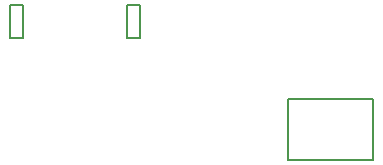
<source format=gbr>
%TF.GenerationSoftware,Altium Limited,Altium Designer,23.6.0 (18)*%
G04 Layer_Color=32768*
%FSLAX45Y45*%
%MOMM*%
%TF.SameCoordinates,CA757A27-890D-4031-9470-5F8B39CF6935*%
%TF.FilePolarity,Positive*%
%TF.FileFunction,Other,Top_Courtyard*%
%TF.Part,Single*%
G01*
G75*
%TA.AperFunction,NonConductor*%
%ADD53C,0.20000*%
D53*
X6117001Y5062301D02*
Y5580299D01*
Y5062301D02*
X6836999D01*
Y5580299D01*
X6117001D02*
X6836999D01*
X4868301Y6095700D02*
Y6375700D01*
X4758299Y6095700D02*
X4868301D01*
X4758299D02*
Y6375700D01*
X4868301D01*
X3877701Y6095700D02*
Y6375700D01*
X3767699Y6095700D02*
X3877701D01*
X3767699D02*
Y6375700D01*
X3877701D01*
%TF.MD5,a5159728345968593394ae2940ee81a6*%
M02*

</source>
